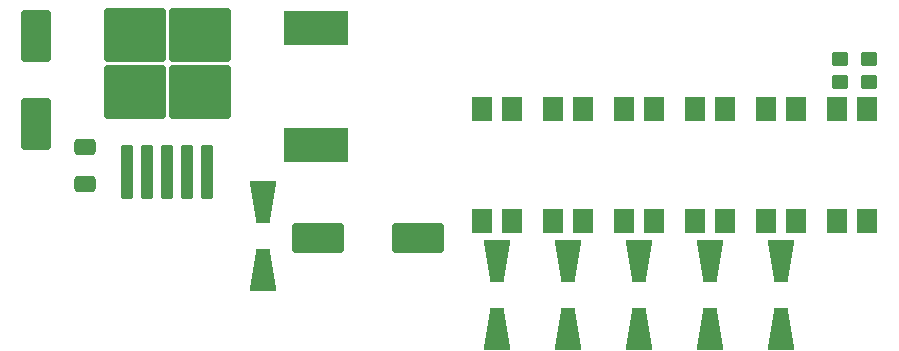
<source format=gbr>
%TF.GenerationSoftware,KiCad,Pcbnew,7.0.9*%
%TF.CreationDate,2024-06-03T15:21:11+05:30*%
%TF.ProjectId,Precharge,50726563-6861-4726-9765-2e6b69636164,rev?*%
%TF.SameCoordinates,Original*%
%TF.FileFunction,Paste,Top*%
%TF.FilePolarity,Positive*%
%FSLAX46Y46*%
G04 Gerber Fmt 4.6, Leading zero omitted, Abs format (unit mm)*
G04 Created by KiCad (PCBNEW 7.0.9) date 2024-06-03 15:21:11*
%MOMM*%
%LPD*%
G01*
G04 APERTURE LIST*
G04 Aperture macros list*
%AMRoundRect*
0 Rectangle with rounded corners*
0 $1 Rounding radius*
0 $2 $3 $4 $5 $6 $7 $8 $9 X,Y pos of 4 corners*
0 Add a 4 corners polygon primitive as box body*
4,1,4,$2,$3,$4,$5,$6,$7,$8,$9,$2,$3,0*
0 Add four circle primitives for the rounded corners*
1,1,$1+$1,$2,$3*
1,1,$1+$1,$4,$5*
1,1,$1+$1,$6,$7*
1,1,$1+$1,$8,$9*
0 Add four rect primitives between the rounded corners*
20,1,$1+$1,$2,$3,$4,$5,0*
20,1,$1+$1,$4,$5,$6,$7,0*
20,1,$1+$1,$6,$7,$8,$9,0*
20,1,$1+$1,$8,$9,$2,$3,0*%
%AMOutline4P*
0 Free polygon, 4 corners , with rotation*
0 The origin of the aperture is its center*
0 number of corners: always 4*
0 $1 to $8 corner X, Y*
0 $9 Rotation angle, in degrees counterclockwise*
0 create outline with 4 corners*
4,1,4,$1,$2,$3,$4,$5,$6,$7,$8,$1,$2,$9*%
G04 Aperture macros list end*
%ADD10R,1.780000X2.000000*%
%ADD11Outline4P,-1.800000X-1.150000X1.800000X-0.550000X1.800000X0.550000X-1.800000X1.150000X270.000000*%
%ADD12Outline4P,-1.800000X-1.150000X1.800000X-0.550000X1.800000X0.550000X-1.800000X1.150000X90.000000*%
%ADD13R,5.400000X2.900000*%
%ADD14RoundRect,0.250000X0.450000X-0.350000X0.450000X0.350000X-0.450000X0.350000X-0.450000X-0.350000X0*%
%ADD15RoundRect,0.250000X1.000000X-1.950000X1.000000X1.950000X-1.000000X1.950000X-1.000000X-1.950000X0*%
%ADD16RoundRect,0.250000X0.650000X-0.412500X0.650000X0.412500X-0.650000X0.412500X-0.650000X-0.412500X0*%
%ADD17RoundRect,0.250000X1.950000X1.000000X-1.950000X1.000000X-1.950000X-1.000000X1.950000X-1.000000X0*%
%ADD18RoundRect,0.250000X-0.450000X0.350000X-0.450000X-0.350000X0.450000X-0.350000X0.450000X0.350000X0*%
%ADD19RoundRect,0.250000X0.300000X-2.050000X0.300000X2.050000X-0.300000X2.050000X-0.300000X-2.050000X0*%
%ADD20RoundRect,0.250000X2.375000X-2.025000X2.375000X2.025000X-2.375000X2.025000X-2.375000X-2.025000X0*%
G04 APERTURE END LIST*
D10*
%TO.C,U7*%
X124270000Y-22235000D03*
X121730000Y-22235000D03*
X121730000Y-31765000D03*
X124270000Y-31765000D03*
%TD*%
D11*
%TO.C,D7*%
X73120000Y-30120000D03*
D12*
X73120000Y-35920000D03*
%TD*%
%TO.C,D5*%
X105000000Y-40900000D03*
D11*
X105000000Y-35100000D03*
%TD*%
D13*
%TO.C,L1*%
X77610000Y-25300000D03*
X77610000Y-15400000D03*
%TD*%
D14*
%TO.C,R13*%
X124500000Y-20000000D03*
X124500000Y-18000000D03*
%TD*%
D10*
%TO.C,U5*%
X112270000Y-22235000D03*
X109730000Y-22235000D03*
X109730000Y-31765000D03*
X112270000Y-31765000D03*
%TD*%
%TO.C,U6*%
X118270000Y-22235000D03*
X115730000Y-22235000D03*
X115730000Y-31765000D03*
X118270000Y-31765000D03*
%TD*%
D15*
%TO.C,C2*%
X53950000Y-23510000D03*
X53950000Y-16110000D03*
%TD*%
D16*
%TO.C,C1*%
X58050000Y-28642500D03*
X58050000Y-25517500D03*
%TD*%
D10*
%TO.C,U3*%
X106270000Y-22235000D03*
X103730000Y-22235000D03*
X103730000Y-31765000D03*
X106270000Y-31765000D03*
%TD*%
D12*
%TO.C,D8*%
X111000000Y-40900000D03*
D11*
X111000000Y-35100000D03*
%TD*%
D10*
%TO.C,U1*%
X94270000Y-22235000D03*
X91730000Y-22235000D03*
X91730000Y-31765000D03*
X94270000Y-31765000D03*
%TD*%
D12*
%TO.C,D1*%
X93000000Y-40900000D03*
D11*
X93000000Y-35100000D03*
%TD*%
D12*
%TO.C,D2*%
X99000000Y-40900000D03*
D11*
X99000000Y-35100000D03*
%TD*%
D17*
%TO.C,C3*%
X86252500Y-33150000D03*
X77852500Y-33150000D03*
%TD*%
D12*
%TO.C,D9*%
X117000000Y-40900000D03*
D11*
X117000000Y-35100000D03*
%TD*%
D18*
%TO.C,R15*%
X122000000Y-18000000D03*
X122000000Y-20000000D03*
%TD*%
D19*
%TO.C,U4*%
X61650000Y-27575000D03*
X63350000Y-27575000D03*
X65050000Y-27575000D03*
D20*
X62275000Y-20850000D03*
X67825000Y-20850000D03*
X62275000Y-16000000D03*
X67825000Y-16000000D03*
D19*
X66750000Y-27575000D03*
X68450000Y-27575000D03*
%TD*%
D10*
%TO.C,U2*%
X100270000Y-22235000D03*
X97730000Y-22235000D03*
X97730000Y-31765000D03*
X100270000Y-31765000D03*
%TD*%
M02*

</source>
